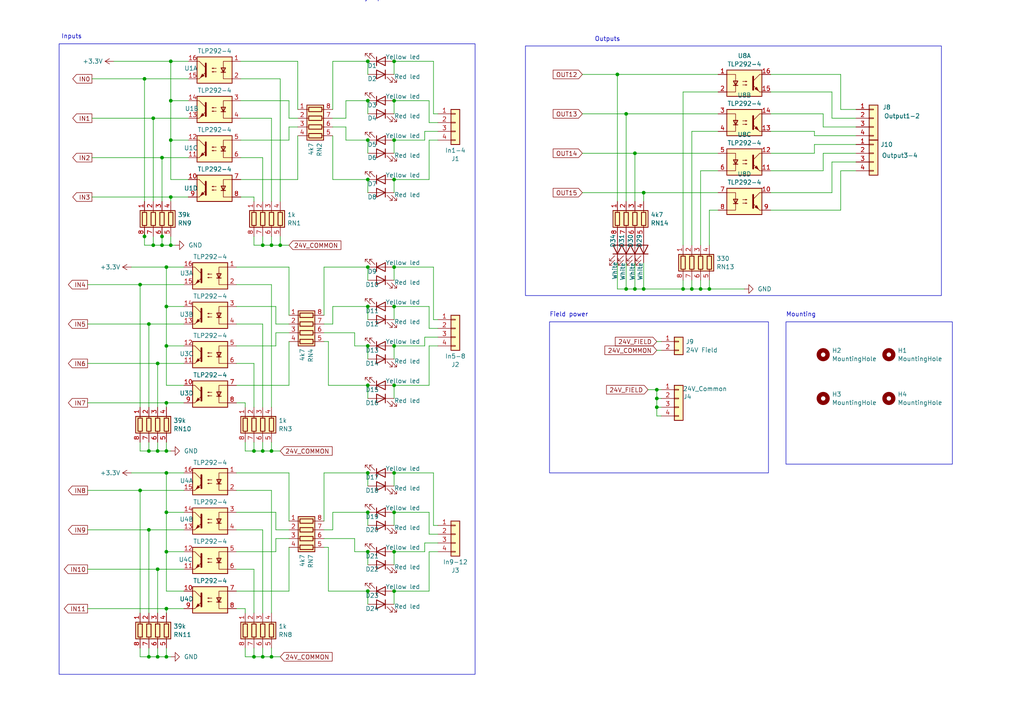
<source format=kicad_sch>
(kicad_sch (version 20231120) (generator "eeschema") (generator_version "8.0")
  (paper "A4")
  (title_block (title "MetalMusings EaserCAT 3000"))
  (lib_symbols
    (symbol "Connector_Generic:Conn_01x02" (pin_names (offset 1.016) hide)
      (property "Reference" "J" (at 0 2.54 0))
      (property "Value" "Conn_01x02" (at 0 -5.08 0))
      (symbol "Conn_01x02_1_1"
        (rectangle (start -1.27 -2.413) (end 0 -2.667) (stroke (width 0.1524)))
        (rectangle (start -1.27 0.127) (end 0 -0.127) (stroke (width 0.1524)))
        (rectangle (start -1.27 1.27) (end 1.27 -3.81) (stroke (width 0.254)) (fill (type background)))
        (pin passive line (at -5.08 0 0) (length 3.81) (name "Pin_1") (number "1"))
        (pin passive line (at -5.08 -2.54 0) (length 3.81) (name "Pin_2") (number "2"))
      )
    )
    (symbol "Connector_Generic:Conn_01x04" (pin_names (offset 1.016) hide)
      (property "Reference" "J" (at 0 5.08 0))
      (property "Value" "Conn_01x04" (at 0 -7.62 0))
      (symbol "Conn_01x04_1_1"
        (rectangle (start -1.27 -4.953) (end 0 -5.207) (stroke (width 0.1524)))
        (rectangle (start -1.27 -2.413) (end 0 -2.667) (stroke (width 0.1524)))
        (rectangle (start -1.27 0.127) (end 0 -0.127) (stroke (width 0.1524)))
        (rectangle (start -1.27 2.667) (end 0 2.413) (stroke (width 0.1524)))
        (rectangle (start -1.27 3.81) (end 1.27 -6.35) (stroke (width 0.254)) (fill (type background)))
        (pin passive line (at -5.08 2.54 0) (length 3.81) (name "Pin_1") (number "1"))
        (pin passive line (at -5.08 0 0) (length 3.81) (name "Pin_2") (number "2"))
        (pin passive line (at -5.08 -2.54 0) (length 3.81) (name "Pin_3") (number "3"))
        (pin passive line (at -5.08 -5.08 0) (length 3.81) (name "Pin_4") (number "4"))
      )
    )
    (symbol "Device:LED" (pin_numbers hide) (pin_names (offset 1.016) hide)
      (property "Reference" "D" (at 0 2.54 0))
      (property "Value" "LED" (at 0 -2.54 0))
      (symbol "LED_0_1"
        (polyline (pts (xy -1.27 -1.27) (xy -1.27 1.27)) (stroke (width 0.254)))
        (polyline (pts (xy -1.27 0) (xy 1.27 0)))
        (polyline (pts (xy 1.27 -1.27) (xy 1.27 1.27) (xy -1.27 0) (xy 1.27 -1.27)) (stroke (width 0.254)))
        (polyline (pts (xy -3.048 -0.762) (xy -4.572 -2.286) (xy -3.81 -2.286) (xy -4.572 -2.286) (xy -4.572 -1.524)))
        (polyline (pts (xy -1.778 -0.762) (xy -3.302 -2.286) (xy -2.54 -2.286) (xy -3.302 -2.286) (xy -3.302 -1.524)))
      )
      (symbol "LED_1_1"
        (pin passive line (at -3.81 0 0) (length 2.54) (name "K") (number "1"))
        (pin passive line (at 3.81 0 180) (length 2.54) (name "A") (number "2"))
      )
    )
    (symbol "Device:R_Pack04" (pin_names (offset 0) hide)
      (property "Reference" "RN" (at -7.62 0 90))
      (property "Value" "R_Pack04" (at 5.08 0 90))
      (symbol "R_Pack04_0_1"
        (rectangle (start -6.35 -2.413) (end 3.81 2.413) (stroke (width 0.254)) (fill (type background)))
        (rectangle (start -5.715 1.905) (end -4.445 -1.905) (stroke (width 0.254)))
        (rectangle (start -3.175 1.905) (end -1.905 -1.905) (stroke (width 0.254)))
        (rectangle (start -0.635 1.905) (end 0.635 -1.905) (stroke (width 0.254)))
        (polyline (pts (xy -5.08 -2.54) (xy -5.08 -1.905)))
        (polyline (pts (xy -5.08 1.905) (xy -5.08 2.54)))
        (polyline (pts (xy -2.54 -2.54) (xy -2.54 -1.905)))
        (polyline (pts (xy -2.54 1.905) (xy -2.54 2.54)))
        (polyline (pts (xy 0 -2.54) (xy 0 -1.905)))
        (polyline (pts (xy 0 1.905) (xy 0 2.54)))
        (polyline (pts (xy 2.54 -2.54) (xy 2.54 -1.905)))
        (polyline (pts (xy 2.54 1.905) (xy 2.54 2.54)))
        (rectangle (start 1.905 1.905) (end 3.175 -1.905) (stroke (width 0.254)))
      )
      (symbol "R_Pack04_1_1"
        (pin passive line (at -5.08 -5.08 90) (length 2.54) (name "R1.1") (number "1"))
        (pin passive line (at -2.54 -5.08 90) (length 2.54) (name "R2.1") (number "2"))
        (pin passive line (at 0 -5.08 90) (length 2.54) (name "R3.1") (number "3"))
        (pin passive line (at 2.54 -5.08 90) (length 2.54) (name "R4.1") (number "4"))
        (pin passive line (at 2.54 5.08 270) (length 2.54) (name "R4.2") (number "5"))
        (pin passive line (at 0 5.08 270) (length 2.54) (name "R3.2") (number "6"))
        (pin passive line (at -2.54 5.08 270) (length 2.54) (name "R2.2") (number "7"))
        (pin passive line (at -5.08 5.08 270) (length 2.54) (name "R1.2") (number "8"))
      )
    )
    (symbol "Isolator:TLP291-4"
      (property "Reference" "U" (at -5.08 5.08 0))
      (property "Value" "TLP291-4" (at 0 5.08 0))
      (symbol "TLP291-4_0_1"
        (rectangle (start -5.08 3.81) (end 5.08 -3.81) (stroke (width 0.254)) (fill (type background)))
        (polyline (pts (xy -3.175 -0.635) (xy -1.905 -0.635)) (stroke (width 0.254)))
        (polyline (pts (xy 2.54 0.635) (xy 4.445 2.54)))
        (polyline (pts (xy 4.445 -2.54) (xy 2.54 -0.635)) (fill (type outline)))
        (polyline (pts (xy 4.445 -2.54) (xy 5.08 -2.54)))
        (polyline (pts (xy 4.445 2.54) (xy 5.08 2.54)))
        (polyline (pts (xy -5.08 2.54) (xy -2.54 2.54) (xy -2.54 0.635)))
        (polyline (pts (xy -2.54 0.635) (xy -2.54 -2.54) (xy -5.08 -2.54)))
        (polyline (pts (xy 2.54 1.905) (xy 2.54 -1.905) (xy 2.54 -1.905)) (stroke (width 0.508)))
        (polyline (pts (xy -2.54 -0.635) (xy -3.175 0.635) (xy -1.905 0.635) (xy -2.54 -0.635)) (stroke (width 0.254)))
        (polyline (pts (xy -0.508 -0.508) (xy 0.762 -0.508) (xy 0.381 -0.635) (xy 0.381 -0.381) (xy 0.762 -0.508)))
        (polyline (pts (xy -0.508 0.508) (xy 0.762 0.508) (xy 0.381 0.381) (xy 0.381 0.635) (xy 0.762 0.508)))
        (polyline (pts (xy 3.048 -1.651) (xy 3.556 -1.143) (xy 4.064 -2.159) (xy 3.048 -1.651) (xy 3.048 -1.651)) (fill (type outline)))
      )
      (symbol "TLP291-4_1_1"
        (pin passive line (at -7.62 2.54 0) (length 2.54) (name "~") (number "1"))
        (pin passive line (at 7.62 -2.54 180) (length 2.54) (name "~") (number "15"))
        (pin passive line (at 7.62 2.54 180) (length 2.54) (name "~") (number "16"))
        (pin passive line (at -7.62 -2.54 0) (length 2.54) (name "~") (number "2"))
      )
      (symbol "TLP291-4_2_1"
        (pin passive line (at 7.62 -2.54 180) (length 2.54) (name "~") (number "13"))
        (pin passive line (at 7.62 2.54 180) (length 2.54) (name "~") (number "14"))
        (pin passive line (at -7.62 2.54 0) (length 2.54) (name "~") (number "3"))
        (pin passive line (at -7.62 -2.54 0) (length 2.54) (name "~") (number "4"))
      )
      (symbol "TLP291-4_3_1"
        (pin passive line (at 7.62 -2.54 180) (length 2.54) (name "~") (number "11"))
        (pin passive line (at 7.62 2.54 180) (length 2.54) (name "~") (number "12"))
        (pin passive line (at -7.62 2.54 0) (length 2.54) (name "~") (number "5"))
        (pin passive line (at -7.62 -2.54 0) (length 2.54) (name "~") (number "6"))
      )
      (symbol "TLP291-4_4_1"
        (pin passive line (at 7.62 2.54 180) (length 2.54) (name "~") (number "10"))
        (pin passive line (at -7.62 2.54 0) (length 2.54) (name "~") (number "7"))
        (pin passive line (at -7.62 -2.54 0) (length 2.54) (name "~") (number "8"))
        (pin passive line (at 7.62 -2.54 180) (length 2.54) (name "~") (number "9"))
      )
    )
    (symbol "Mechanical:MountingHole" (pin_names (offset 1.016)) (exclude_from_sim yes) (in_bom no)
      (property "Reference" "H" (at 0 5.08 0))
      (property "Value" "MountingHole" (at 0 3.175 0))
      (symbol "MountingHole_0_1"
        (circle (center 0 0) (radius 1.27) (stroke (width 1.27)))
      )
    )
    (symbol "power:+3.3V" (power) (pin_names (offset 0))
      (property "Value" "+3.3V" (at 0 3.556 0))
      (symbol "+3.3V_0_1"
        (polyline (pts (xy -0.762 1.27) (xy 0 2.54)))
        (polyline (pts (xy 0 0) (xy 0 2.54)))
        (polyline (pts (xy 0 2.54) (xy 0.762 1.27)))
      )
      (symbol "+3.3V_1_1"
        (pin power_in line (at 0 0 90) (length 0) hide (name "+3.3V") (number "1"))
      )
    )
    (symbol "power:GND" (power) (pin_names (offset 0))
      (property "Value" "GND" (at 0 -3.81 0))
      (symbol "GND_0_1"
        (polyline (pts (xy 0 0) (xy 0 -1.27) (xy 1.27 -1.27) (xy 0 -2.54) (xy -1.27 -1.27) (xy 0 -1.27)))
      )
      (symbol "GND_1_1"
        (pin power_in line (at 0 0 270) (length 0) hide (name "GND") (number "1"))
      )
    )
  )
  (junction (at 106.68 52.07))
  (junction (at 106.68 29.21))
  (junction (at 205.74 83.82))
  (junction (at 49.53 29.21))
  (junction (at 203.2 83.82))
  (junction (at 78.74 130.81))
  (junction (at 40.64 82.55))
  (junction (at 46.99 68.58))
  (junction (at 114.3 111.76))
  (junction (at 48.26 77.47))
  (junction (at 106.68 88.9))
  (junction (at 190.5 113.03))
  (junction (at 114.3 17.78))
  (junction (at 48.26 137.16))
  (junction (at 114.3 77.47))
  (junction (at 114.3 148.59))
  (junction (at 181.61 33.02))
  (junction (at 106.68 40.64))
  (junction (at 186.69 55.88))
  (junction (at 76.2 190.5))
  (junction (at 41.91 68.58))
  (junction (at 114.3 100.33))
  (junction (at 114.3 160.02))
  (junction (at 186.69 83.82))
  (junction (at 49.53 17.78))
  (junction (at 49.53 57.15))
  (junction (at 48.26 88.9))
  (junction (at 114.3 29.21))
  (junction (at 41.91 22.86))
  (junction (at 106.68 100.33))
  (junction (at 45.72 105.41))
  (junction (at 43.18 93.98))
  (junction (at 48.26 130.81))
  (junction (at 43.18 130.81))
  (junction (at 43.18 153.67))
  (junction (at 43.18 190.5))
  (junction (at 48.26 148.59))
  (junction (at 200.66 83.82))
  (junction (at 190.5 118.11))
  (junction (at 45.72 130.81))
  (junction (at 78.74 71.12))
  (junction (at 114.3 52.07))
  (junction (at 49.53 40.64))
  (junction (at 106.68 148.59))
  (junction (at 48.26 160.02))
  (junction (at 114.3 137.16))
  (junction (at 106.68 137.16))
  (junction (at 184.15 83.82))
  (junction (at 49.53 71.12))
  (junction (at 78.74 190.5))
  (junction (at 190.5 115.57))
  (junction (at 45.72 190.5))
  (junction (at 44.45 34.29))
  (junction (at 181.61 83.82))
  (junction (at 106.68 17.78))
  (junction (at 106.68 111.76))
  (junction (at 46.99 45.72))
  (junction (at 198.12 83.82))
  (junction (at 48.26 176.53))
  (junction (at 76.2 71.12))
  (junction (at 106.68 160.02))
  (junction (at 48.26 100.33))
  (junction (at 40.64 142.24))
  (junction (at 81.28 71.12))
  (junction (at 106.68 171.45))
  (junction (at 179.07 21.59))
  (junction (at 106.68 77.47))
  (junction (at 114.3 88.9))
  (junction (at 48.26 116.84))
  (junction (at 73.66 130.81))
  (junction (at 114.3 40.64))
  (junction (at 76.2 130.81))
  (junction (at 48.26 190.5))
  (junction (at 114.3 171.45))
  (junction (at 44.45 71.12))
  (junction (at 184.15 44.45))
  (junction (at 73.66 190.5))
  (junction (at 46.99 71.12))
  (junction (at 45.72 165.1))
  (wire (pts (xy 48.26 130.81) (xy 48.26 128.27)))
  (wire (pts (xy 93.98 156.21) (xy 102.87 156.21)))
  (wire (pts (xy 45.72 130.81) (xy 43.18 130.81)))
  (wire (pts (xy 127 40.64) (xy 124.46 40.64)))
  (wire (pts (xy 49.53 29.21) (xy 49.53 17.78)))
  (wire (pts (xy 26.67 22.86) (xy 41.91 22.86)))
  (wire (pts (xy 236.22 39.37) (xy 248.285 39.37)))
  (wire (pts (xy 48.26 190.5) (xy 48.26 187.96)))
  (wire (pts (xy 243.84 49.53) (xy 248.285 49.53)))
  (wire (pts (xy 83.82 29.21) (xy 83.82 34.29)))
  (wire (pts (xy 184.15 83.82) (xy 186.69 83.82)))
  (wire (pts (xy 236.22 38.1) (xy 236.22 39.37)))
  (wire (pts (xy 68.58 111.76) (xy 83.82 111.76)))
  (wire (pts (xy 25.4 153.67) (xy 43.18 153.67)))
  (wire (pts (xy 96.52 39.37) (xy 96.52 52.07)))
  (wire (pts (xy 68.58 165.1) (xy 73.66 165.1)))
  (wire (pts (xy 49.53 40.64) (xy 54.61 40.64)))
  (wire (pts (xy 43.18 93.98) (xy 53.34 93.98)))
  (wire (pts (xy 76.2 45.72) (xy 76.2 58.42)))
  (wire (pts (xy 49.53 71.12) (xy 46.99 71.12)))
  (wire (pts (xy 96.52 36.83) (xy 100.33 36.83)))
  (wire (pts (xy 125.73 92.71) (xy 127 92.71)))
  (wire (pts (xy 68.58 93.98) (xy 76.2 93.98)))
  (wire (pts (xy 93.98 99.06) (xy 95.25 99.06)))
  (wire (pts (xy 124.46 40.64) (xy 124.46 52.07)))
  (wire (pts (xy 49.53 17.78) (xy 54.61 17.78)))
  (wire (pts (xy 80.01 160.02) (xy 68.58 160.02)))
  (wire (pts (xy 236.22 44.45) (xy 236.22 41.91)))
  (wire (pts (xy 48.26 77.47) (xy 38.1 77.47)))
  (wire (pts (xy 83.82 137.16) (xy 83.82 151.13)))
  (wire (pts (xy 48.26 148.59) (xy 53.34 148.59)))
  (wire (pts (xy 100.33 36.83) (xy 100.33 40.64)))
  (wire (pts (xy 40.64 190.5) (xy 40.64 187.96)))
  (wire (pts (xy 48.26 137.16) (xy 53.34 137.16)))
  (wire (pts (xy 81.28 22.86) (xy 81.28 58.42)))
  (wire (pts (xy 44.45 34.29) (xy 44.45 58.42)))
  (wire (pts (xy 191.77 99.06) (xy 190.5 99.06)))
  (wire (pts (xy 76.2 187.96) (xy 76.2 190.5)))
  (wire (pts (xy 83.82 77.47) (xy 83.82 91.44)))
  (wire (pts (xy 223.52 38.1) (xy 236.22 38.1)))
  (wire (pts (xy 26.67 45.72) (xy 46.99 45.72)))
  (wire (pts (xy 114.3 17.78) (xy 114.3 21.59)))
  (wire (pts (xy 40.64 177.8) (xy 40.64 142.24)))
  (wire (pts (xy 80.01 100.33) (xy 68.58 100.33)))
  (wire (pts (xy 123.19 160.02) (xy 114.3 160.02)))
  (wire (pts (xy 127 97.79) (xy 123.19 97.79)))
  (wire (pts (xy 187.96 113.03) (xy 190.5 113.03)))
  (wire (pts (xy 26.67 57.15) (xy 49.53 57.15)))
  (wire (pts (xy 49.53 130.81) (xy 48.26 130.81)))
  (wire (pts (xy 114.3 111.76) (xy 114.3 115.57)))
  (wire (pts (xy 46.99 45.72) (xy 46.99 58.42)))
  (wire (pts (xy 48.26 160.02) (xy 53.34 160.02)))
  (wire (pts (xy 69.85 45.72) (xy 76.2 45.72)))
  (wire (pts (xy 76.2 130.81) (xy 78.74 130.81)))
  (wire (pts (xy 25.4 142.24) (xy 40.64 142.24)))
  (wire (pts (xy 208.28 38.1) (xy 200.66 38.1)))
  (wire (pts (xy 106.68 171.45) (xy 106.68 175.26)))
  (wire (pts (xy 100.33 29.21) (xy 100.33 34.29)))
  (wire (pts (xy 46.99 67.31) (xy 46.99 68.58)))
  (wire (pts (xy 223.52 55.88) (xy 241.3 55.88)))
  (wire (pts (xy 83.82 34.29) (xy 86.36 34.29)))
  (wire (pts (xy 46.99 45.72) (xy 54.61 45.72)))
  (wire (pts (xy 71.12 190.5) (xy 73.66 190.5)))
  (wire (pts (xy 80.01 88.9) (xy 80.01 93.98)))
  (wire (pts (xy 49.53 52.07) (xy 49.53 40.64)))
  (wire (pts (xy 45.72 130.81) (xy 45.72 128.27)))
  (wire (pts (xy 43.18 190.5) (xy 40.64 190.5)))
  (wire (pts (xy 190.5 113.03) (xy 191.77 113.03)))
  (wire (pts (xy 68.58 105.41) (xy 73.66 105.41)))
  (wire (pts (xy 78.74 187.96) (xy 78.74 190.5)))
  (wire (pts (xy 45.72 177.8) (xy 45.72 165.1)))
  (wire (pts (xy 190.5 118.11) (xy 190.5 115.57)))
  (wire (pts (xy 125.73 92.71) (xy 125.73 77.47)))
  (wire (pts (xy 114.3 40.64) (xy 114.3 44.45)))
  (wire (pts (xy 124.46 29.21) (xy 114.3 29.21)))
  (wire (pts (xy 49.53 57.15) (xy 54.61 57.15)))
  (wire (pts (xy 102.87 160.02) (xy 106.68 160.02)))
  (wire (pts (xy 48.26 176.53) (xy 53.34 176.53)))
  (wire (pts (xy 190.5 115.57) (xy 190.5 113.03)))
  (wire (pts (xy 243.84 49.53) (xy 243.84 60.96)))
  (wire (pts (xy 25.4 176.53) (xy 48.26 176.53)))
  (wire (pts (xy 102.87 156.21) (xy 102.87 160.02)))
  (wire (pts (xy 124.46 171.45) (xy 114.3 171.45)))
  (wire (pts (xy 114.3 100.33) (xy 114.3 104.14)))
  (wire (pts (xy 123.19 157.48) (xy 123.19 160.02)))
  (wire (pts (xy 83.82 36.83) (xy 83.82 40.64)))
  (wire (pts (xy 49.53 71.12) (xy 49.53 68.58)))
  (wire (pts (xy 124.46 88.9) (xy 114.3 88.9)))
  (wire (pts (xy 68.58 116.84) (xy 71.12 116.84)))
  (wire (pts (xy 48.26 116.84) (xy 53.34 116.84)))
  (wire (pts (xy 73.66 187.96) (xy 73.66 190.5)))
  (wire (pts (xy 96.52 93.98) (xy 93.98 93.98)))
  (wire (pts (xy 95.25 99.06) (xy 95.25 111.76)))
  (wire (pts (xy 181.61 33.02) (xy 208.28 33.02)))
  (wire (pts (xy 127 95.25) (xy 124.46 95.25)))
  (wire (pts (xy 124.46 95.25) (xy 124.46 88.9)))
  (wire (pts (xy 223.52 26.67) (xy 241.3 26.67)))
  (wire (pts (xy 238.76 49.53) (xy 223.52 49.53)))
  (wire (pts (xy 73.66 71.12) (xy 76.2 71.12)))
  (wire (pts (xy 123.19 97.79) (xy 123.19 100.33)))
  (wire (pts (xy 69.85 17.78) (xy 86.36 17.78)))
  (wire (pts (xy 96.52 17.78) (xy 106.68 17.78)))
  (wire (pts (xy 73.66 165.1) (xy 73.66 177.8)))
  (wire (pts (xy 44.45 71.12) (xy 44.45 68.58)))
  (wire (pts (xy 80.01 153.67) (xy 83.82 153.67)))
  (wire (pts (xy 45.72 165.1) (xy 53.34 165.1)))
  (wire (pts (xy 48.26 137.16) (xy 38.1 137.16)))
  (wire (pts (xy 106.68 111.76) (xy 106.68 115.57)))
  (wire (pts (xy 80.01 156.21) (xy 80.01 160.02)))
  (wire (pts (xy 114.3 88.9) (xy 114.3 92.71)))
  (wire (pts (xy 41.91 67.31) (xy 41.91 68.58)))
  (wire (pts (xy 168.91 44.45) (xy 184.15 44.45)))
  (wire (pts (xy 76.2 153.67) (xy 76.2 177.8)))
  (wire (pts (xy 45.72 105.41) (xy 53.34 105.41)))
  (wire (pts (xy 179.07 21.59) (xy 208.28 21.59)))
  (wire (pts (xy 106.68 160.02) (xy 106.68 163.83)))
  (wire (pts (xy 81.28 68.58) (xy 81.28 71.12)))
  (wire (pts (xy 68.58 88.9) (xy 80.01 88.9)))
  (wire (pts (xy 127 35.56) (xy 124.46 35.56)))
  (wire (pts (xy 43.18 118.11) (xy 43.18 93.98)))
  (wire (pts (xy 44.45 34.29) (xy 54.61 34.29)))
  (wire (pts (xy 46.99 71.12) (xy 44.45 71.12)))
  (wire (pts (xy 43.18 177.8) (xy 43.18 153.67)))
  (wire (pts (xy 248.285 44.45) (xy 238.76 44.45)))
  (wire (pts (xy 68.58 137.16) (xy 83.82 137.16)))
  (wire (pts (xy 123.19 38.1) (xy 123.19 40.64)))
  (wire (pts (xy 68.58 77.47) (xy 83.82 77.47)))
  (wire (pts (xy 80.01 96.52) (xy 80.01 100.33)))
  (wire (pts (xy 83.82 156.21) (xy 80.01 156.21)))
  (wire (pts (xy 114.3 137.16) (xy 114.3 140.97)))
  (wire (pts (xy 184.15 76.2) (xy 184.15 83.82)))
  (wire (pts (xy 168.91 21.59) (xy 179.07 21.59)))
  (wire (pts (xy 96.52 148.59) (xy 106.68 148.59)))
  (wire (pts (xy 223.52 44.45) (xy 236.22 44.45)))
  (wire (pts (xy 100.33 40.64) (xy 106.68 40.64)))
  (wire (pts (xy 78.74 68.58) (xy 78.74 71.12)))
  (wire (pts (xy 71.12 128.27) (xy 71.12 130.81)))
  (wire (pts (xy 125.73 137.16) (xy 114.3 137.16)))
  (wire (pts (xy 73.66 105.41) (xy 73.66 118.11)))
  (wire (pts (xy 198.12 83.82) (xy 200.66 83.82)))
  (wire (pts (xy 238.76 36.83) (xy 238.76 33.02)))
  (wire (pts (xy 102.87 100.33) (xy 106.68 100.33)))
  (wire (pts (xy 127 38.1) (xy 123.19 38.1)))
  (wire (pts (xy 241.3 34.29) (xy 248.285 34.29)))
  (wire (pts (xy 48.26 190.5) (xy 45.72 190.5)))
  (wire (pts (xy 184.15 44.45) (xy 184.15 58.42)))
  (wire (pts (xy 44.45 71.12) (xy 41.91 71.12)))
  (wire (pts (xy 168.91 33.02) (xy 181.61 33.02)))
  (wire (pts (xy 96.52 31.75) (xy 96.52 17.78)))
  (wire (pts (xy 43.18 190.5) (xy 43.18 187.96)))
  (wire (pts (xy 81.28 190.5) (xy 78.74 190.5)))
  (wire (pts (xy 124.46 160.02) (xy 124.46 171.45)))
  (wire (pts (xy 68.58 153.67) (xy 76.2 153.67)))
  (wire (pts (xy 48.26 160.02) (xy 48.26 148.59)))
  (wire (pts (xy 41.91 22.86) (xy 41.91 58.42)))
  (wire (pts (xy 238.76 33.02) (xy 223.52 33.02)))
  (wire (pts (xy 78.74 82.55) (xy 78.74 118.11)))
  (wire (pts (xy 106.68 17.78) (xy 106.68 21.59)))
  (wire (pts (xy 73.66 130.81) (xy 76.2 130.81)))
  (wire (pts (xy 106.68 100.33) (xy 106.68 104.14)))
  (wire (pts (xy 43.18 130.81) (xy 40.64 130.81)))
  (wire (pts (xy 200.66 83.82) (xy 203.2 83.82)))
  (wire (pts (xy 125.73 33.02) (xy 127 33.02)))
  (wire (pts (xy 68.58 82.55) (xy 78.74 82.55)))
  (wire (pts (xy 40.64 118.11) (xy 40.64 82.55)))
  (wire (pts (xy 114.3 148.59) (xy 114.3 152.4)))
  (wire (pts (xy 25.4 82.55) (xy 40.64 82.55)))
  (wire (pts (xy 243.84 21.59) (xy 223.52 21.59)))
  (wire (pts (xy 73.66 128.27) (xy 73.66 130.81)))
  (wire (pts (xy 49.53 190.5) (xy 48.26 190.5)))
  (wire (pts (xy 191.77 120.65) (xy 190.5 120.65)))
  (wire (pts (xy 205.74 83.82) (xy 215.9 83.82)))
  (wire (pts (xy 54.61 52.07) (xy 49.53 52.07)))
  (wire (pts (xy 49.53 29.21) (xy 54.61 29.21)))
  (wire (pts (xy 124.46 111.76) (xy 114.3 111.76)))
  (wire (pts (xy 25.4 116.84) (xy 48.26 116.84)))
  (wire (pts (xy 208.28 60.96) (xy 205.74 60.96)))
  (wire (pts (xy 41.91 22.86) (xy 54.61 22.86)))
  (wire (pts (xy 124.46 35.56) (xy 124.46 29.21)))
  (wire (pts (xy 184.15 44.45) (xy 208.28 44.45)))
  (wire (pts (xy 83.82 171.45) (xy 83.82 158.75)))
  (wire (pts (xy 71.12 116.84) (xy 71.12 118.11)))
  (wire (pts (xy 114.3 29.21) (xy 114.3 33.02)))
  (wire (pts (xy 96.52 148.59) (xy 96.52 153.67)))
  (wire (pts (xy 78.74 142.24) (xy 78.74 177.8)))
  (wire (pts (xy 96.52 52.07) (xy 106.68 52.07)))
  (wire (pts (xy 83.82 71.12) (xy 81.28 71.12)))
  (wire (pts (xy 48.26 100.33) (xy 53.34 100.33)))
  (wire (pts (xy 80.01 148.59) (xy 80.01 153.67)))
  (wire (pts (xy 208.28 26.67) (xy 198.12 26.67)))
  (wire (pts (xy 181.61 76.2) (xy 181.61 83.82)))
  (wire (pts (xy 236.22 41.91) (xy 248.285 41.91)))
  (wire (pts (xy 68.58 142.24) (xy 78.74 142.24)))
  (wire (pts (xy 48.26 77.47) (xy 53.34 77.47)))
  (wire (pts (xy 40.64 82.55) (xy 53.34 82.55)))
  (wire (pts (xy 243.84 31.75) (xy 248.285 31.75)))
  (wire (pts (xy 25.4 93.98) (xy 43.18 93.98)))
  (wire (pts (xy 106.68 52.07) (xy 106.68 55.88)))
  (wire (pts (xy 86.36 39.37) (xy 86.36 52.07)))
  (wire (pts (xy 68.58 176.53) (xy 71.12 176.53)))
  (wire (pts (xy 243.84 60.96) (xy 223.52 60.96)))
  (wire (pts (xy 186.69 76.2) (xy 186.69 83.82)))
  (wire (pts (xy 68.58 148.59) (xy 80.01 148.59)))
  (wire (pts (xy 190.5 115.57) (xy 191.77 115.57)))
  (wire (pts (xy 127 154.94) (xy 124.46 154.94)))
  (wire (pts (xy 179.07 21.59) (xy 179.07 58.42)))
  (wire (pts (xy 95.25 171.45) (xy 106.68 171.45)))
  (wire (pts (xy 93.98 151.13) (xy 93.98 137.16)))
  (wire (pts (xy 205.74 60.96) (xy 205.74 71.12)))
  (wire (pts (xy 125.73 33.02) (xy 125.73 17.78)))
  (wire (pts (xy 124.46 154.94) (xy 124.46 148.59)))
  (wire (pts (xy 241.3 55.88) (xy 241.3 46.99)))
  (wire (pts (xy 43.18 130.81) (xy 43.18 128.27)))
  (wire (pts (xy 76.2 128.27) (xy 76.2 130.81)))
  (wire (pts (xy 78.74 71.12) (xy 81.28 71.12)))
  (wire (pts (xy 46.99 71.12) (xy 46.99 68.58)))
  (wire (pts (xy 69.85 40.64) (xy 83.82 40.64)))
  (wire (pts (xy 205.74 81.28) (xy 205.74 83.82)))
  (wire (pts (xy 106.68 40.64) (xy 106.68 44.45)))
  (wire (pts (xy 95.25 111.76) (xy 106.68 111.76)))
  (wire (pts (xy 96.52 88.9) (xy 96.52 93.98)))
  (wire (pts (xy 124.46 100.33) (xy 124.46 111.76)))
  (wire (pts (xy 238.76 44.45) (xy 238.76 49.53)))
  (wire (pts (xy 49.53 57.15) (xy 49.53 58.42)))
  (wire (pts (xy 71.12 176.53) (xy 71.12 177.8)))
  (wire (pts (xy 125.73 77.47) (xy 114.3 77.47)))
  (wire (pts (xy 93.98 91.44) (xy 93.98 77.47)))
  (wire (pts (xy 48.26 111.76) (xy 48.26 100.33)))
  (wire (pts (xy 203.2 49.53) (xy 203.2 71.12)))
  (wire (pts (xy 73.66 68.58) (xy 73.66 71.12)))
  (wire (pts (xy 241.3 26.67) (xy 241.3 34.29)))
  (wire (pts (xy 102.87 96.52) (xy 102.87 100.33)))
  (wire (pts (xy 48.26 148.59) (xy 48.26 137.16)))
  (wire (pts (xy 123.19 100.33) (xy 114.3 100.33)))
  (wire (pts (xy 69.85 29.21) (xy 83.82 29.21)))
  (wire (pts (xy 114.3 160.02) (xy 114.3 163.83)))
  (wire (pts (xy 181.61 33.02) (xy 181.61 58.42)))
  (wire (pts (xy 106.68 88.9) (xy 106.68 92.71)))
  (wire (pts (xy 76.2 71.12) (xy 78.74 71.12)))
  (wire (pts (xy 190.5 120.65) (xy 190.5 118.11)))
  (wire (pts (xy 48.26 171.45) (xy 48.26 160.02)))
  (wire (pts (xy 86.36 36.83) (xy 83.82 36.83)))
  (wire (pts (xy 48.26 100.33) (xy 48.26 88.9)))
  (wire (pts (xy 71.12 187.96) (xy 71.12 190.5)))
  (wire (pts (xy 86.36 31.75) (xy 86.36 17.78)))
  (wire (pts (xy 40.64 130.81) (xy 40.64 128.27)))
  (wire (pts (xy 181.61 83.82) (xy 184.15 83.82)))
  (wire (pts (xy 78.74 128.27) (xy 78.74 130.81)))
  (wire (pts (xy 48.26 130.81) (xy 45.72 130.81)))
  (wire (pts (xy 41.91 71.12) (xy 41.91 68.58)))
  (wire (pts (xy 127 160.02) (xy 124.46 160.02)))
  (wire (pts (xy 127 157.48) (xy 123.19 157.48)))
  (wire (pts (xy 69.85 34.29) (xy 78.74 34.29)))
  (wire (pts (xy 73.66 190.5) (xy 76.2 190.5)))
  (wire (pts (xy 25.4 165.1) (xy 45.72 165.1)))
  (wire (pts (xy 40.64 142.24) (xy 53.34 142.24)))
  (wire (pts (xy 71.12 130.81) (xy 73.66 130.81)))
  (wire (pts (xy 49.53 40.64) (xy 49.53 29.21)))
  (wire (pts (xy 186.69 58.42) (xy 186.69 55.88)))
  (wire (pts (xy 127 100.33) (xy 124.46 100.33)))
  (wire (pts (xy 53.34 111.76) (xy 48.26 111.76)))
  (wire (pts (xy 45.72 190.5) (xy 45.72 187.96)))
  (wire (pts (xy 198.12 26.67) (xy 198.12 71.12)))
  (wire (pts (xy 48.26 118.11) (xy 48.26 116.84)))
  (wire (pts (xy 106.68 137.16) (xy 106.68 140.97)))
  (wire (pts (xy 190.5 101.6) (xy 191.77 101.6)))
  (wire (pts (xy 125.73 152.4) (xy 127 152.4)))
  (wire (pts (xy 124.46 52.07) (xy 114.3 52.07)))
  (wire (pts (xy 76.2 68.58) (xy 76.2 71.12)))
  (wire (pts (xy 48.26 177.8) (xy 48.26 176.53)))
  (wire (pts (xy 114.3 171.45) (xy 114.3 175.26)))
  (wire (pts (xy 95.25 158.75) (xy 95.25 171.45)))
  (wire (pts (xy 48.26 88.9) (xy 48.26 77.47)))
  (wire (pts (xy 179.07 83.82) (xy 181.61 83.82)))
  (wire (pts (xy 76.2 93.98) (xy 76.2 118.11)))
  (wire (pts (xy 49.53 17.78) (xy 33.02 17.78)))
  (wire (pts (xy 106.68 77.47) (xy 106.68 81.28)))
  (wire (pts (xy 45.72 118.11) (xy 45.72 105.41)))
  (wire (pts (xy 198.12 81.28) (xy 198.12 83.82)))
  (wire (pts (xy 78.74 34.29) (xy 78.74 58.42)))
  (wire (pts (xy 186.69 83.82) (xy 198.12 83.82)))
  (wire (pts (xy 100.33 29.21) (xy 106.68 29.21)))
  (wire (pts (xy 123.19 40.64) (xy 114.3 40.64)))
  (wire (pts (xy 243.84 31.75) (xy 243.84 21.59)))
  (wire (pts (xy 106.68 148.59) (xy 106.68 152.4)))
  (wire (pts (xy 69.85 57.15) (xy 73.66 57.15)))
  (wire (pts (xy 190.5 118.11) (xy 191.77 118.11)))
  (wire (pts (xy 125.73 152.4) (xy 125.73 137.16)))
  (wire (pts (xy 93.98 158.75) (xy 95.25 158.75)))
  (wire (pts (xy 106.68 29.21) (xy 106.68 33.02)))
  (wire (pts (xy 208.28 49.53) (xy 203.2 49.53)))
  (wire (pts (xy 83.82 111.76) (xy 83.82 99.06)))
  (wire (pts (xy 96.52 88.9) (xy 106.68 88.9)))
  (wire (pts (xy 76.2 190.5) (xy 78.74 190.5)))
  (wire (pts (xy 83.82 96.52) (xy 80.01 96.52)))
  (wire (pts (xy 48.26 88.9) (xy 53.34 88.9)))
  (wire (pts (xy 200.66 81.28) (xy 200.66 83.82)))
  (wire (pts (xy 45.72 190.5) (xy 43.18 190.5)))
  (wire (pts (xy 114.3 77.47) (xy 114.3 81.28)))
  (wire (pts (xy 125.73 17.78) (xy 114.3 17.78)))
  (wire (pts (xy 93.98 137.16) (xy 106.68 137.16)))
  (wire (pts (xy 248.285 36.83) (xy 238.76 36.83)))
  (wire (pts (xy 203.2 81.28) (xy 203.2 83.82)))
  (wire (pts (xy 203.2 83.82) (xy 205.74 83.82)))
  (wire (pts (xy 26.67 34.29) (xy 44.45 34.29)))
  (wire (pts (xy 25.4 105.41) (xy 45.72 105.41)))
  (wire (pts (xy 241.3 46.99) (xy 248.285 46.99)))
  (wire (pts (xy 200.66 38.1) (xy 200.66 71.12)))
  (wire (pts (xy 124.46 148.59) (xy 114.3 148.59)))
  (wire (pts (xy 53.34 171.45) (xy 48.26 171.45)))
  (wire (pts (xy 68.58 171.45) (xy 83.82 171.45)))
  (wire (pts (xy 96.52 153.67) (xy 93.98 153.67)))
  (wire (pts (xy 69.85 22.86) (xy 81.28 22.86)))
  (wire (pts (xy 100.33 34.29) (xy 96.52 34.29)))
  (wire (pts (xy 114.3 52.07) (xy 114.3 55.88)))
  (wire (pts (xy 81.28 130.81) (xy 78.74 130.81)))
  (wire (pts (xy 93.98 77.47) (xy 106.68 77.47)))
  (wire (pts (xy 168.91 55.88) (xy 186.69 55.88)))
  (wire (pts (xy 73.66 57.15) (xy 73.66 58.42)))
  (wire (pts (xy 179.07 76.2) (xy 179.07 83.82)))
  (wire (pts (xy 43.18 153.67) (xy 53.34 153.67)))
  (wire (pts (xy 186.69 55.88) (xy 208.28 55.88)))
  (wire (pts (xy 50.8 71.12) (xy 49.53 71.12)))
  (wire (pts (xy 69.85 52.07) (xy 86.36 52.07)))
  (wire (pts (xy 93.98 96.52) (xy 102.87 96.52)))
  (wire (pts (xy 80.01 93.98) (xy 83.82 93.98)))
  (rectangle (start 152.4 13.335) (end 273.05 85.725))
  (rectangle (start 159.385 93.345) (end 222.885 137.16))
  (rectangle (start 17.145 12.7) (end 137.795 195.58))
  (rectangle (start 227.965 93.345) (end 276.225 134.62))
  (text "Inputs" (at 17.78 11.43 0) (effects (font (size 1.27 1.27)) (justify left bottom)))
  (text "Mounting" (at 227.965 92.075 0) (effects (font (size 1.27 1.27)) (justify left bottom)))
  (text "Outputs" (at 172.466 12.192 0) (effects (font (size 1.27 1.27)) (justify left bottom)))
  (text "Field power" (at 159.385 92.075 0) (effects (font (size 1.27 1.27)) (justify left bottom)))
  (text "Note: TLP292-4 has two photo diodes with opposite polarity. \nIt can handle AC and any polarity DC.\nTherefore, 24V_COMMON can be either positive or negative.\nSelect with jumper" (at 94.234 -3.556 0) (effects (font (size 1.27 1.27)) (justify left)))
  (global_label "24V_FIELD" (shape input) (at 190.5 99.06 180) (property "Intersheetrefs" "${INTERSHEET_REFS}" (effects (hide yes))))
  (global_label "OUT12" (shape input) (at 168.91 21.59 180) (property "Intersheetrefs" "${INTERSHEET_REFS}" (effects (hide yes))))
  (global_label "OUT14" (shape input) (at 168.91 44.45 180) (property "Intersheetrefs" "${INTERSHEET_REFS}" (effects (hide yes))))
  (global_label "IN7" (shape output) (at 25.4 116.84 180) (property "Intersheetrefs" "${INTERSHEET_REFS}" (effects (hide yes))))
  (global_label "IN9" (shape output) (at 25.4 153.67 180) (property "Intersheetrefs" "${INTERSHEET_REFS}" (effects (hide yes))))
  (global_label "IN11" (shape output) (at 25.4 176.53 180) (property "Intersheetrefs" "${INTERSHEET_REFS}" (effects (hide yes))))
  (global_label "IN8" (shape output) (at 25.4 142.24 180) (property "Intersheetrefs" "${INTERSHEET_REFS}" (effects (hide yes))))
  (global_label "24V_COMMON" (shape input) (at 81.28 190.5 0) (property "Intersheetrefs" "${INTERSHEET_REFS}" (effects (hide yes))))
  (global_label "24V_COMMON" (shape input) (at 81.28 130.81 0) (property "Intersheetrefs" "${INTERSHEET_REFS}" (effects (hide yes))))
  (global_label "IN5" (shape output) (at 25.4 93.98 180) (property "Intersheetrefs" "${INTERSHEET_REFS}" (effects (hide yes))))
  (global_label "OUT15" (shape input) (at 168.91 55.88 180) (property "Intersheetrefs" "${INTERSHEET_REFS}" (effects (hide yes))))
  (global_label "IN6" (shape output) (at 25.4 105.41 180) (property "Intersheetrefs" "${INTERSHEET_REFS}" (effects (hide yes))))
  (global_label "24V_COMMON" (shape input) (at 190.5 101.6 180) (property "Intersheetrefs" "${INTERSHEET_REFS}" (effects (hide yes))))
  (global_label "24V_COMMON" (shape input) (at 83.82 71.12 0) (property "Intersheetrefs" "${INTERSHEET_REFS}" (effects (hide yes))))
  (global_label "IN3" (shape output) (at 26.67 57.15 180) (property "Intersheetrefs" "${INTERSHEET_REFS}" (effects (hide yes))))
  (global_label "IN4" (shape output) (at 25.4 82.55 180) (property "Intersheetrefs" "${INTERSHEET_REFS}" (effects (hide yes))))
  (global_label "OUT13" (shape input) (at 168.91 33.02 180) (property "Intersheetrefs" "${INTERSHEET_REFS}" (effects (hide yes))))
  (global_label "IN0" (shape output) (at 26.67 22.86 180) (property "Intersheetrefs" "${INTERSHEET_REFS}" (effects (hide yes))))
  (global_label "IN10" (shape output) (at 25.4 165.1 180) (property "Intersheetrefs" "${INTERSHEET_REFS}" (effects (hide yes))))
  (global_label "IN1" (shape output) (at 26.67 34.29 180) (property "Intersheetrefs" "${INTERSHEET_REFS}" (effects (hide yes))))
  (global_label "IN2" (shape output) (at 26.67 45.72 180) (property "Intersheetrefs" "${INTERSHEET_REFS}" (effects (hide yes))))
  (global_label "24V_FIELD" (shape input) (at 187.96 113.03 180) (property "Intersheetrefs" "${INTERSHEET_REFS}" (effects (hide yes))))
  (symbol (lib_id "Isolator:TLP291-4") (at 62.23 31.75 0) (mirror y) (unit 2)
    (property "Reference" "U1" (at 55.626 31.496 0))
    (property "Value" "TLP292-4" (at 62.23 26.2199 0))
    (property "Footprint" "Package_SO:SOIC-16_4.55x10.3mm_P1.27mm" (effects (hide yes)))
    (property "Datasheet" "https://toshiba.semicon-storage.com/info/docget.jsp?did=12858&prodName=TLP291-4" (effects (hide yes)))
  )
  (symbol (lib_id "Device:LED") (at 110.49 100.33 0) (mirror x) (unit 1)
    (property "Reference" "D13" (at 107.95 101.6 0))
    (property "Value" "Yellow led" (at 116.84 99.06 0))
    (property "Footprint" "LED_SMD:LED_0603_1608Metric" (effects (hide yes)))
  )
  (symbol (lib_id "Connector_Generic:Conn_01x04") (at 132.08 35.56 0) (unit 1)
    (property "Reference" "J1" (at 132.08 46.0543 0))
    (property "Value" "In1-4" (at 132.08 43.6301 0))
    (property "Footprint" "Connector_Phoenix_MC:PhoenixContact_MCV_1,5_4-G-3.5_1x04_P3.50mm_Vertical" (effects (hide yes)))
  )
  (symbol (lib_id "Isolator:TLP291-4") (at 60.96 162.56 0) (mirror y) (unit 3)
    (property "Reference" "U4" (at 53.848 162.306 0))
    (property "Value" "TLP292-4" (at 60.96 157.0299 0))
    (property "Footprint" "Package_SO:SOIC-16_4.55x10.3mm_P1.27mm" (effects (hide yes)))
    (property "Datasheet" "https://toshiba.semicon-storage.com/info/docget.jsp?did=12858&prodName=TLP291-4" (effects (hide yes)))
  )
  (symbol (lib_id "Connector_Generic:Conn_01x04") (at 253.365 44.45 0) (unit 1)
    (property "Reference" "J10" (at 257.175 41.91 0))
    (property "Value" "Output3-4" (at 260.985 45.085 0))
    (property "Footprint" "Connector_Phoenix_MC:PhoenixContact_MCV_1,5_4-G-3.5_1x04_P3.50mm_Vertical" (effects (hide yes)))
  )
  (symbol (lib_id "Isolator:TLP291-4") (at 215.9 35.56 0) (unit 2)
    (property "Reference" "U8" (at 215.9 27.6057 0))
    (property "Value" "TLP292-4" (at 215.9 30.0299 0))
    (property "Footprint" "Package_SO:SOIC-16_4.55x10.3mm_P1.27mm" (effects (hide yes)))
    (property "Datasheet" "https://toshiba.semicon-storage.com/info/docget.jsp?did=12858&prodName=TLP291-4" (effects (hide yes)))
  )
  (symbol (lib_id "power:GND") (at 50.8 71.12 90) (mirror x) (unit 1)
    (property "Reference" "#PWR074" (effects (hide yes)))
    (property "Value" "GND" (at 54.61 71.12 90) (effects (justify right)))
  )
  (symbol (lib_id "Device:R_Pack04") (at 46.99 63.5 0) (mirror x) (unit 1)
    (property "Reference" "RN9" (at 51.562 64.7122 0) (effects (justify left)))
    (property "Value" "39k" (at 51.562 62.2879 0) (effects (justify left)))
    (property "Footprint" "Resistor_SMD:R_Array_Convex_4x0603" (effects (hide yes)))
    (property "Description" "4 resistor network, parallel topology" (effects (hide yes)))
  )
  (symbol (lib_id "Device:R_Pack04") (at 78.74 63.5 0) (mirror x) (unit 1)
    (property "Reference" "RN1" (at 83.312 64.7122 0) (effects (justify left)))
    (property "Value" "1k" (at 83.312 62.2879 0) (effects (justify left)))
    (property "Footprint" "Resistor_SMD:R_Array_Convex_4x0603" (effects (hide yes)))
    (property "Description" "4 resistor network, parallel topology" (effects (hide yes)))
  )
  (symbol (lib_id "Device:LED") (at 110.49 88.9 0) (mirror x) (unit 1)
    (property "Reference" "D11" (at 107.95 90.17 0))
    (property "Value" "Yellow led" (at 116.84 87.63 0))
    (property "Footprint" "LED_SMD:LED_0603_1608Metric" (effects (hide yes)))
  )
  (symbol (lib_id "Mechanical:MountingHole") (at 257.81 115.57 0) (unit 1) (exclude_from_sim yes) (in_bom no)
    (property "Reference" "H4" (at 260.35 114.3578 0) (effects (justify left)))
    (property "Value" "MountingHole" (at 260.35 116.7821 0) (effects (justify left)))
    (property "Footprint" "MountingHole:MountingHole_3.2mm_M3_ISO14580" (effects (hide yes)))
    (property "Description" "Mounting Hole without connection" (effects (hide yes)))
  )
  (symbol (lib_id "Device:LED") (at 110.49 115.57 0) (mirror y) (unit 1)
    (property "Reference" "D16" (at 107.95 116.84 0))
    (property "Value" "Red led" (at 118.11 116.205 0))
    (property "Footprint" "LED_SMD:LED_0603_1608Metric" (effects (hide yes)))
  )
  (symbol (lib_id "Isolator:TLP291-4") (at 60.96 80.01 0) (mirror y) (unit 1)
    (property "Reference" "U3" (at 54.102 79.248 0))
    (property "Value" "TLP292-4" (at 60.96 74.4799 0))
    (property "Footprint" "Package_SO:SOIC-16_4.55x10.3mm_P1.27mm" (effects (hide yes)))
    (property "Datasheet" "https://toshiba.semicon-storage.com/info/docget.jsp?did=12858&prodName=TLP291-4" (effects (hide yes)))
  )
  (symbol (lib_id "power:GND") (at 49.53 190.5 90) (mirror x) (unit 1)
    (property "Reference" "#PWR075" (effects (hide yes)))
    (property "Value" "GND" (at 53.34 190.5 90) (effects (justify right)))
  )
  (symbol (lib_id "Mechanical:MountingHole") (at 238.76 115.57 0) (unit 1) (exclude_from_sim yes) (in_bom no)
    (property "Reference" "H3" (at 241.3 114.3578 0) (effects (justify left)))
    (property "Value" "MountingHole" (at 241.3 116.7821 0) (effects (justify left)))
    (property "Footprint" "MountingHole:MountingHole_3.2mm_M3_ISO14580" (effects (hide yes)))
    (property "Description" "Mounting Hole without connection" (effects (hide yes)))
  )
  (symbol (lib_id "Device:LED") (at 110.49 163.83 0) (mirror y) (unit 1)
    (property "Reference" "D22" (at 107.95 165.1 0))
    (property "Value" "Red led" (at 118.11 164.465 0))
    (property "Footprint" "LED_SMD:LED_0603_1608Metric" (effects (hide yes)))
  )
  (symbol (lib_id "Device:LED") (at 110.49 81.28 0) (mirror y) (unit 1)
    (property "Reference" "D10" (at 107.95 82.55 0))
    (property "Value" "Red led" (at 118.11 81.915 0))
    (property "Footprint" "LED_SMD:LED_0603_1608Metric" (effects (hide yes)))
  )
  (symbol (lib_id "Isolator:TLP291-4") (at 215.9 24.13 0) (unit 1)
    (property "Reference" "U8" (at 215.9 16.1757 0))
    (property "Value" "TLP292-4" (at 215.9 18.5999 0))
    (property "Footprint" "Package_SO:SOIC-16_4.55x10.3mm_P1.27mm" (effects (hide yes)))
    (property "Datasheet" "https://toshiba.semicon-storage.com/info/docget.jsp?did=12858&prodName=TLP291-4" (effects (hide yes)))
  )
  (symbol (lib_id "Mechanical:MountingHole") (at 257.81 102.87 0) (unit 1) (exclude_from_sim yes) (in_bom no)
    (property "Reference" "H1" (at 260.35 101.6578 0) (effects (justify left)))
    (property "Value" "MountingHole" (at 260.35 104.0821 0) (effects (justify left)))
    (property "Footprint" "MountingHole:MountingHole_3.2mm_M3_ISO14580" (effects (hide yes)))
    (property "Description" "Mounting Hole without connection" (effects (hide yes)))
  )
  (symbol (lib_id "Isolator:TLP291-4") (at 62.23 54.61 0) (mirror y) (unit 4)
    (property "Reference" "U1" (at 55.372 54.61 0))
    (property "Value" "TLP292-4" (at 62.23 49.0799 0))
    (property "Footprint" "Package_SO:SOIC-16_4.55x10.3mm_P1.27mm" (effects (hide yes)))
    (property "Datasheet" "https://toshiba.semicon-storage.com/info/docget.jsp?did=12858&prodName=TLP291-4" (effects (hide yes)))
  )
  (symbol (lib_id "Mechanical:MountingHole") (at 238.76 102.87 0) (unit 1) (exclude_from_sim yes) (in_bom no)
    (property "Reference" "H2" (at 241.3 101.6578 0) (effects (justify left)))
    (property "Value" "MountingHole" (at 241.3 104.0821 0) (effects (justify left)))
    (property "Footprint" "MountingHole:MountingHole_3.2mm_M3_ISO14580" (effects (hide yes)))
    (property "Description" "Mounting Hole without connection" (effects (hide yes)))
  )
  (symbol (lib_id "Device:LED") (at 184.15 72.39 270) (mirror x) (unit 1)
    (property "Reference" "D30" (at 182.88 69.85 0))
    (property "Value" "White" (at 183.388 78.74 0))
    (property "Footprint" "LED_SMD:LED_0603_1608Metric" (effects (hide yes)))
  )
  (symbol (lib_id "Isolator:TLP291-4") (at 60.96 139.7 0) (mirror y) (unit 1)
    (property "Reference" "U4" (at 54.102 139.446 0))
    (property "Value" "TLP292-4" (at 60.96 134.1699 0))
    (property "Footprint" "Package_SO:SOIC-16_4.55x10.3mm_P1.27mm" (effects (hide yes)))
    (property "Datasheet" "https://toshiba.semicon-storage.com/info/docget.jsp?did=12858&prodName=TLP291-4" (effects (hide yes)))
  )
  (symbol (lib_id "Device:LED") (at 181.61 72.39 270) (mirror x) (unit 1)
    (property "Reference" "D31" (at 180.34 69.85 0))
    (property "Value" "White" (at 180.594 78.74 0))
    (property "Footprint" "LED_SMD:LED_0603_1608Metric" (effects (hide yes)))
  )
  (symbol (lib_id "Device:LED") (at 110.49 104.14 0) (mirror y) (unit 1)
    (property "Reference" "D14" (at 107.95 105.41 0))
    (property "Value" "Red led" (at 118.11 104.775 0))
    (property "Footprint" "LED_SMD:LED_0603_1608Metric" (effects (hide yes)))
  )
  (symbol (lib_id "Connector_Generic:Conn_01x02") (at 196.85 99.06 0) (unit 1)
    (property "Reference" "J9" (at 198.882 99.1179 0) (effects (justify left)))
    (property "Value" "24V Field" (at 198.882 101.5421 0) (effects (justify left)))
    (property "Footprint" "Connector_Phoenix_MC:PhoenixContact_MCV_1,5_2-G-3.5_1x02_P3.50mm_Vertical" (effects (hide yes)))
  )
  (symbol (lib_id "Device:LED") (at 110.49 44.45 0) (mirror y) (unit 1)
    (property "Reference" "D6" (at 107.95 45.72 0))
    (property "Value" "Red led" (at 118.11 45.085 0))
    (property "Footprint" "LED_SMD:LED_0603_1608Metric" (effects (hide yes)))
  )
  (symbol (lib_id "Device:LED") (at 186.69 72.39 270) (mirror x) (unit 1)
    (property "Reference" "D29" (at 185.42 69.85 0))
    (property "Value" "White" (at 185.674 78.74 0))
    (property "Footprint" "LED_SMD:LED_0603_1608Metric" (effects (hide yes)))
  )
  (symbol (lib_id "Device:LED") (at 110.49 160.02 0) (mirror x) (unit 1)
    (property "Reference" "D21" (at 107.95 161.29 0))
    (property "Value" "Yellow led" (at 116.84 158.75 0))
    (property "Footprint" "LED_SMD:LED_0603_1608Metric" (effects (hide yes)))
  )
  (symbol (lib_id "power:GND") (at 215.9 83.82 90) (mirror x) (unit 1)
    (property "Reference" "#PWR076" (effects (hide yes)))
    (property "Value" "GND" (at 219.71 83.82 90) (effects (justify right)))
  )
  (symbol (lib_id "Connector_Generic:Conn_01x04") (at 132.08 154.94 0) (unit 1)
    (property "Reference" "J3" (at 132.08 165.4343 0))
    (property "Value" "In9-12" (at 132.08 163.0101 0))
    (property "Footprint" "Connector_Phoenix_MC:PhoenixContact_MCV_1,5_4-G-3.5_1x04_P3.50mm_Vertical" (effects (hide yes)))
  )
  (symbol (lib_id "Isolator:TLP291-4") (at 60.96 114.3 0) (mirror y) (unit 4)
    (property "Reference" "U3" (at 54.102 114.046 0))
    (property "Value" "TLP292-4" (at 60.96 108.7699 0))
    (property "Footprint" "Package_SO:SOIC-16_4.55x10.3mm_P1.27mm" (effects (hide yes)))
    (property "Datasheet" "https://toshiba.semicon-storage.com/info/docget.jsp?did=12858&prodName=TLP291-4" (effects (hide yes)))
  )
  (symbol (lib_id "Device:LED") (at 110.49 33.02 0) (mirror y) (unit 1)
    (property "Reference" "D4" (at 107.95 34.29 0))
    (property "Value" "Red led" (at 118.11 33.655 0))
    (property "Footprint" "LED_SMD:LED_0603_1608Metric" (effects (hide yes)))
  )
  (symbol (lib_id "Isolator:TLP291-4") (at 62.23 20.32 0) (mirror y) (unit 1)
    (property "Reference" "U1" (at 55.372 19.812 0))
    (property "Value" "TLP292-4" (at 62.23 14.7899 0))
    (property "Footprint" "Package_SO:SOIC-16_4.55x10.3mm_P1.27mm" (effects (hide yes)))
    (property "Datasheet" "https://toshiba.semicon-storage.com/info/docget.jsp?did=12858&prodName=TLP291-4" (effects (hide yes)))
  )
  (symbol (lib_id "Device:LED") (at 110.49 140.97 0) (mirror y) (unit 1)
    (property "Reference" "D18" (at 107.95 142.24 0))
    (property "Value" "Red led" (at 118.11 141.605 0))
    (property "Footprint" "LED_SMD:LED_0603_1608Metric" (effects (hide yes)))
  )
  (symbol (lib_id "Device:LED") (at 110.49 52.07 0) (mirror x) (unit 1)
    (property "Reference" "D7" (at 107.95 53.34 0))
    (property "Value" "Yellow led" (at 116.84 50.8 0))
    (property "Footprint" "LED_SMD:LED_0603_1608Metric" (effects (hide yes)))
  )
  (symbol (lib_id "Device:LED") (at 110.49 92.71 0) (mirror y) (unit 1)
    (property "Reference" "D12" (at 107.95 93.98 0))
    (property "Value" "Red led" (at 118.11 93.345 0))
    (property "Footprint" "LED_SMD:LED_0603_1608Metric" (effects (hide yes)))
  )
  (symbol (lib_id "Device:LED") (at 110.49 175.26 0) (mirror y) (unit 1)
    (property "Reference" "D24" (at 107.95 176.53 0))
    (property "Value" "Red led" (at 118.11 175.895 0))
    (property "Footprint" "LED_SMD:LED_0603_1608Metric" (effects (hide yes)))
  )
  (symbol (lib_id "Device:R_Pack04") (at 45.72 182.88 0) (mirror x) (unit 1)
    (property "Reference" "RN11" (at 50.292 184.0922 0) (effects (justify left)))
    (property "Value" "39k" (at 50.292 181.6679 0) (effects (justify left)))
    (property "Footprint" "Resistor_SMD:R_Array_Convex_4x0603" (effects (hide yes)))
    (property "Description" "4 resistor network, parallel topology" (effects (hide yes)))
  )
  (symbol (lib_id "Device:R_Pack04") (at 45.72 123.19 0) (mirror x) (unit 1)
    (property "Reference" "RN10" (at 50.292 124.4022 0) (effects (justify left)))
    (property "Value" "39k" (at 50.292 121.9779 0) (effects (justify left)))
    (property "Footprint" "Resistor_SMD:R_Array_Convex_4x0603" (effects (hide yes)))
    (property "Description" "4 resistor network, parallel topology" (effects (hide yes)))
  )
  (symbol (lib_id "Isolator:TLP291-4") (at 215.9 58.42 0) (unit 4)
    (property "Reference" "U8" (at 215.9 50.4657 0))
    (property "Value" "TLP292-4" (at 215.9 52.8899 0))
    (property "Footprint" "Package_SO:SOIC-16_4.55x10.3mm_P1.27mm" (effects (hide yes)))
    (property "Datasheet" "https://toshiba.semicon-storage.com/info/docget.jsp?did=12858&prodName=TLP291-4" (effects (hide yes)))
  )
  (symbol (lib_id "Device:LED") (at 110.49 171.45 0) (mirror x) (unit 1)
    (property "Reference" "D23" (at 107.95 172.72 0))
    (property "Value" "Yellow led" (at 116.84 170.18 0))
    (property "Footprint" "LED_SMD:LED_0603_1608Metric" (effects (hide yes)))
  )
  (symbol (lib_id "Connector_Generic:Conn_01x04") (at 132.08 95.25 0) (unit 1)
    (property "Reference" "J2" (at 132.08 105.7443 0))
    (property "Value" "In5-8" (at 132.08 103.3201 0))
    (property "Footprint" "Connector_Phoenix_MC:PhoenixContact_MCV_1,5_4-G-3.5_1x04_P3.50mm_Vertical" (effects (hide yes)))
  )
  (symbol (lib_id "Isolator:TLP291-4") (at 62.23 43.18 0) (mirror y) (unit 3)
    (property "Reference" "U1" (at 55.372 42.926 0))
    (property "Value" "TLP292-4" (at 62.23 37.6499 0))
    (property "Footprint" "Package_SO:SOIC-16_4.55x10.3mm_P1.27mm" (effects (hide yes)))
    (property "Datasheet" "https://toshiba.semicon-storage.com/info/docget.jsp?did=12858&prodName=TLP291-4" (effects (hide yes)))
  )
  (symbol (lib_id "Device:LED") (at 110.49 21.59 0) (mirror y) (unit 1)
    (property "Reference" "D2" (at 107.95 22.86 0))
    (property "Value" "Red led" (at 118.11 22.225 0))
    (property "Footprint" "LED_SMD:LED_0603_1608Metric" (effects (hide yes)))
  )
  (symbol (lib_id "Device:R_Pack04") (at 184.15 63.5 0) (mirror x) (unit 1)
    (property "Reference" "RN14" (at 188.722 64.7122 0) (effects (justify left)))
    (property "Value" "4k7" (at 188.722 62.2879 0) (effects (justify left)))
    (property "Footprint" "Resistor_SMD:R_Array_Convex_4x0603" (effects (hide yes)))
    (property "Description" "4 resistor network, parallel topology" (effects (hide yes)))
  )
  (symbol (lib_id "power:GND") (at 49.53 130.81 90) (mirror x) (unit 1)
    (property "Reference" "#PWR073" (effects (hide yes)))
    (property "Value" "GND" (at 53.34 130.81 90) (effects (justify right)))
  )
  (symbol (lib_id "Device:LED") (at 110.49 29.21 0) (mirror x) (unit 1)
    (property "Reference" "D3" (at 107.95 30.48 0))
    (property "Value" "Yellow led" (at 116.84 27.94 0))
    (property "Footprint" "LED_SMD:LED_0603_1608Metric" (effects (hide yes)))
  )
  (symbol (lib_id "Device:R_Pack04") (at 88.9 156.21 270) (unit 1)
    (property "Reference" "RN7" (at 90.1122 160.782 0) (effects (justify left)))
    (property "Value" "4k7" (at 87.6879 160.782 0) (effects (justify left)))
    (property "Footprint" "Resistor_SMD:R_Array_Convex_4x0603" (effects (hide yes)))
    (property "Description" "4 resistor network, parallel topology" (effects (hide yes)))
  )
  (symbol (lib_id "power:+3.3V") (at 33.02 17.78 90) (mirror x) (unit 1)
    (property "Reference" "#PWR070" (effects (hide yes)))
    (property "Value" "+3.3V" (at 29.845 17.78 90) (effects (justify left)))
  )
  (symbol (lib_id "Isolator:TLP291-4") (at 60.96 102.87 0) (mirror y) (unit 3)
    (property "Reference" "U3" (at 54.102 102.616 0))
    (property "Value" "TLP292-4" (at 60.96 97.3399 0))
    (property "Footprint" "Package_SO:SOIC-16_4.55x10.3mm_P1.27mm" (effects (hide yes)))
    (property "Datasheet" "https://toshiba.semicon-storage.com/info/docget.jsp?did=12858&prodName=TLP291-4" (effects (hide yes)))
  )
  (symbol (lib_id "Isolator:TLP291-4") (at 60.96 91.44 0) (mirror y) (unit 2)
    (property "Reference" "U3" (at 54.102 91.186 0))
    (property "Value" "TLP292-4" (at 60.96 85.9099 0))
    (property "Footprint" "Package_SO:SOIC-16_4.55x10.3mm_P1.27mm" (effects (hide yes)))
    (property "Datasheet" "https://toshiba.semicon-storage.com/info/docget.jsp?did=12858&prodName=TLP291-4" (effects (hide yes)))
  )
  (symbol (lib_id "Device:R_Pack04") (at 203.2 76.2 0) (mirror x) (unit 1)
    (property "Reference" "RN13" (at 207.772 77.4122 0) (effects (justify left)))
    (property "Value" "330" (at 207.772 74.9879 0) (effects (justify left)))
    (property "Footprint" "Resistor_SMD:R_Array_Convex_4x0603" (effects (hide yes)))
    (property "Description" "4 resistor network, parallel topology" (effects (hide yes)))
  )
  (symbol (lib_id "Device:LED") (at 110.49 40.64 0) (mirror x) (unit 1)
    (property "Reference" "D5" (at 107.95 41.91 0))
    (property "Value" "Yellow led" (at 116.84 39.37 0))
    (property "Footprint" "LED_SMD:LED_0603_1608Metric" (effects (hide yes)))
  )
  (symbol (lib_id "Device:R_Pack04") (at 88.9 96.52 270) (unit 1)
    (property "Reference" "RN4" (at 90.1122 101.092 0) (effects (justify left)))
    (property "Value" "4k7" (at 87.6879 101.092 0) (effects (justify left)))
    (property "Footprint" "Resistor_SMD:R_Array_Convex_4x0603" (effects (hide yes)))
    (property "Description" "4 resistor network, parallel topology" (effects (hide yes)))
  )
  (symbol (lib_id "Device:R_Pack04") (at 76.2 123.19 0) (mirror x) (unit 1)
    (property "Reference" "RN3" (at 80.772 124.4022 0) (effects (justify left)))
    (property "Value" "1k" (at 80.772 121.9779 0) (effects (justify left)))
    (property "Footprint" "Resistor_SMD:R_Array_Convex_4x0603" (effects (hide yes)))
    (property "Description" "4 resistor network, parallel topology" (effects (hide yes)))
  )
  (symbol (lib_id "Connector_Generic:Conn_01x04") (at 253.365 34.29 0) (unit 1)
    (property "Reference" "J8" (at 257.175 31.115 0))
    (property "Value" "Output1-2" (at 261.62 33.655 0))
    (property "Footprint" "Connector_Phoenix_MC:PhoenixContact_MCV_1,5_4-G-3.5_1x04_P3.50mm_Vertical" (effects (hide yes)))
  )
  (symbol (lib_id "Device:LED") (at 110.49 152.4 0) (mirror y) (unit 1)
    (property "Reference" "D20" (at 107.95 153.67 0))
    (property "Value" "Red led" (at 118.11 153.035 0))
    (property "Footprint" "LED_SMD:LED_0603_1608Metric" (effects (hide yes)))
  )
  (symbol (lib_id "power:+3.3V") (at 38.1 77.47 90) (mirror x) (unit 1)
    (property "Reference" "#PWR071" (effects (hide yes)))
    (property "Value" "+3.3V" (at 34.925 77.47 90) (effects (justify left)))
  )
  (symbol (lib_id "Device:LED") (at 110.49 77.47 0) (mirror x) (unit 1)
    (property "Reference" "D9" (at 107.95 78.74 0))
    (property "Value" "Yellow led" (at 116.84 76.2 0))
    (property "Footprint" "LED_SMD:LED_0603_1608Metric" (effects (hide yes)))
  )
  (symbol (lib_id "Isolator:TLP291-4") (at 60.96 151.13 0) (mirror y) (unit 2)
    (property "Reference" "U4" (at 54.102 150.622 0))
    (property "Value" "TLP292-4" (at 60.96 145.5999 0))
    (property "Footprint" "Package_SO:SOIC-16_4.55x10.3mm_P1.27mm" (effects (hide yes)))
    (property "Datasheet" "https://toshiba.semicon-storage.com/info/docget.jsp?did=12858&prodName=TLP291-4" (effects (hide yes)))
  )
  (symbol (lib_id "Device:LED") (at 110.49 137.16 0) (mirror x) (unit 1)
    (property "Reference" "D17" (at 107.95 138.43 0))
    (property "Value" "Yellow led" (at 116.84 135.89 0))
    (property "Footprint" "LED_SMD:LED_0603_1608Metric" (effects (hide yes)))
  )
  (symbol (lib_id "Device:LED") (at 179.07 72.39 270) (mirror x) (unit 1)
    (property "Reference" "D34" (at 177.8 69.85 0))
    (property "Value" "White" (at 178.308 78.486 0))
    (property "Footprint" "LED_SMD:LED_0603_1608Metric" (effects (hide yes)))
  )
  (symbol (lib_id "Connector_Generic:Conn_01x04") (at 196.85 115.57 0) (unit 1)
    (property "Reference" "J4" (at 199.39 115.062 0))
    (property "Value" "24V_Common" (at 204.47 112.776 0))
    (property "Footprint" "Connector_Phoenix_MC:PhoenixContact_MCV_1,5_4-G-3.5_1x04_P3.50mm_Vertical" (effects (hide yes)))
  )
  (symbol (lib_id "Device:LED") (at 110.49 55.88 0) (mirror y) (unit 1)
    (property "Reference" "D8" (at 107.95 57.15 0))
    (property "Value" "Red led" (at 118.11 56.515 0))
    (property "Footprint" "LED_SMD:LED_0603_1608Metric" (effects (hide yes)))
  )
  (symbol (lib_id "power:+3.3V") (at 38.1 137.16 90) (mirror x) (unit 1)
    (property "Reference" "#PWR072" (effects (hide yes)))
    (property "Value" "+3.3V" (at 34.925 137.16 90) (effects (justify left)))
  )
  (symbol (lib_id "Device:LED") (at 110.49 111.76 0) (mirror x) (unit 1)
    (property "Reference" "D15" (at 107.95 113.03 0))
    (property "Value" "Yellow led" (at 116.84 110.49 0))
    (property "Footprint" "LED_SMD:LED_0603_1608Metric" (effects (hide yes)))
  )
  (symbol (lib_id "Isolator:TLP291-4") (at 215.9 46.99 0) (unit 3)
    (property "Reference" "U8" (at 215.9 39.0357 0))
    (property "Value" "TLP292-4" (at 215.9 41.4599 0))
    (property "Footprint" "Package_SO:SOIC-16_4.55x10.3mm_P1.27mm" (effects (hide yes)))
    (property "Datasheet" "https://toshiba.semicon-storage.com/info/docget.jsp?did=12858&prodName=TLP291-4" (effects (hide yes)))
  )
  (symbol (lib_id "Device:LED") (at 110.49 17.78 0) (mirror x) (unit 1)
    (property "Reference" "D1" (at 107.95 19.05 0))
    (property "Value" "Yellow led" (at 116.84 16.51 0))
    (property "Footprint" "LED_SMD:LED_0603_1608Metric" (effects (hide yes)))
  )
  (symbol (lib_id "Device:R_Pack04") (at 91.44 36.83 270) (unit 1)
    (property "Reference" "RN2" (at 92.6522 41.402 0) (effects (justify left)))
    (property "Value" "4k7" (at 90.2279 41.402 0) (effects (justify left)))
    (property "Footprint" "Resistor_SMD:R_Array_Convex_4x0603" (effects (hide yes)))
    (property "Description" "4 resistor network, parallel topology" (effects (hide yes)))
  )
  (symbol (lib_id "Device:LED") (at 110.49 148.59 0) (mirror x) (unit 1)
    (property "Reference" "D19" (at 107.95 149.86 0))
    (property "Value" "Yellow led" (at 116.84 147.32 0))
    (property "Footprint" "LED_SMD:LED_0603_1608Metric" (effects (hide yes)))
  )
  (symbol (lib_id "Isolator:TLP291-4") (at 60.96 173.99 0) (mirror y) (unit 4)
    (property "Reference" "U4" (at 54.102 173.736 0))
    (property "Value" "TLP292-4" (at 60.96 168.4599 0))
    (property "Footprint" "Package_SO:SOIC-16_4.55x10.3mm_P1.27mm" (effects (hide yes)))
    (property "Datasheet" "https://toshiba.semicon-storage.com/info/docget.jsp?did=12858&prodName=TLP291-4" (effects (hide yes)))
  )
  (symbol (lib_id "Device:R_Pack04") (at 76.2 182.88 0) (mirror x) (unit 1)
    (property "Reference" "RN8" (at 80.772 184.0922 0) (effects (justify left)))
    (property "Value" "1k" (at 80.772 181.6679 0) (effects (justify left)))
    (property "Footprint" "Resistor_SMD:R_Array_Convex_4x0603" (effects (hide yes)))
    (property "Description" "4 resistor network, parallel topology" (effects (hide yes)))
  )
)
</source>
